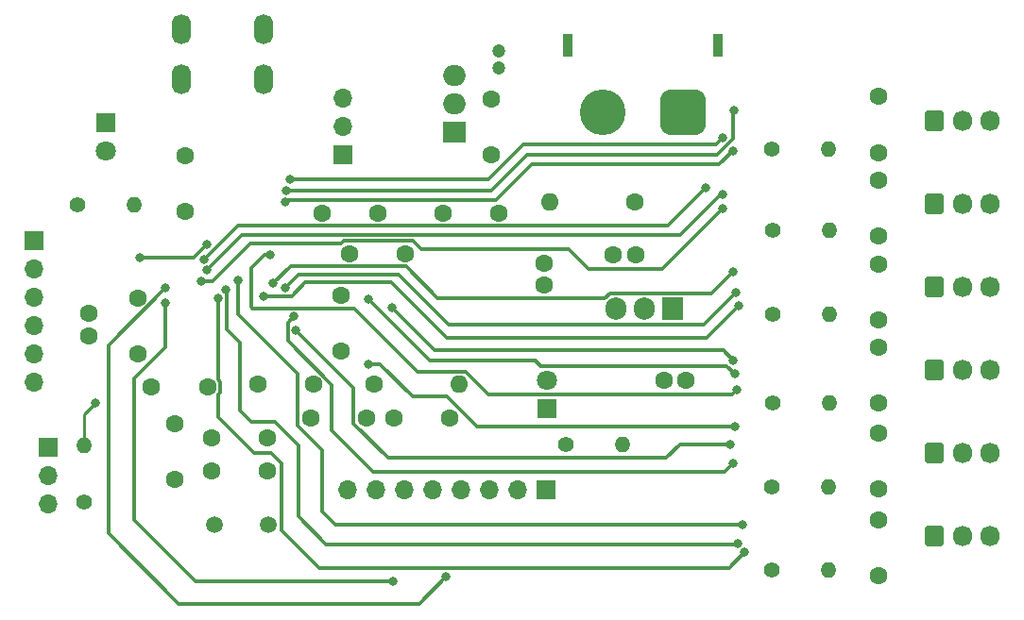
<source format=gbr>
%TF.GenerationSoftware,KiCad,Pcbnew,(6.0.11)*%
%TF.CreationDate,2024-03-05T22:48:33-08:00*%
%TF.ProjectId,bez_controller1v5,62657a5f-636f-46e7-9472-6f6c6c657231,rev?*%
%TF.SameCoordinates,Original*%
%TF.FileFunction,Copper,L4,Bot*%
%TF.FilePolarity,Positive*%
%FSLAX46Y46*%
G04 Gerber Fmt 4.6, Leading zero omitted, Abs format (unit mm)*
G04 Created by KiCad (PCBNEW (6.0.11)) date 2024-03-05 22:48:33*
%MOMM*%
%LPD*%
G01*
G04 APERTURE LIST*
G04 Aperture macros list*
%AMRoundRect*
0 Rectangle with rounded corners*
0 $1 Rounding radius*
0 $2 $3 $4 $5 $6 $7 $8 $9 X,Y pos of 4 corners*
0 Add a 4 corners polygon primitive as box body*
4,1,4,$2,$3,$4,$5,$6,$7,$8,$9,$2,$3,0*
0 Add four circle primitives for the rounded corners*
1,1,$1+$1,$2,$3*
1,1,$1+$1,$4,$5*
1,1,$1+$1,$6,$7*
1,1,$1+$1,$8,$9*
0 Add four rect primitives between the rounded corners*
20,1,$1+$1,$2,$3,$4,$5,0*
20,1,$1+$1,$4,$5,$6,$7,0*
20,1,$1+$1,$6,$7,$8,$9,0*
20,1,$1+$1,$8,$9,$2,$3,0*%
G04 Aperture macros list end*
%TA.AperFunction,ComponentPad*%
%ADD10R,1.700000X1.700000*%
%TD*%
%TA.AperFunction,ComponentPad*%
%ADD11O,1.700000X1.700000*%
%TD*%
%TA.AperFunction,ComponentPad*%
%ADD12C,1.600000*%
%TD*%
%TA.AperFunction,ComponentPad*%
%ADD13O,1.700000X1.850000*%
%TD*%
%TA.AperFunction,ComponentPad*%
%ADD14RoundRect,0.250000X-0.600000X-0.675000X0.600000X-0.675000X0.600000X0.675000X-0.600000X0.675000X0*%
%TD*%
%TA.AperFunction,ComponentPad*%
%ADD15C,1.400000*%
%TD*%
%TA.AperFunction,ComponentPad*%
%ADD16O,1.400000X1.400000*%
%TD*%
%TA.AperFunction,ComponentPad*%
%ADD17R,1.905000X2.000000*%
%TD*%
%TA.AperFunction,ComponentPad*%
%ADD18O,1.905000X2.000000*%
%TD*%
%TA.AperFunction,ComponentPad*%
%ADD19O,1.600000X1.600000*%
%TD*%
%TA.AperFunction,ComponentPad*%
%ADD20O,1.700000X2.700000*%
%TD*%
%TA.AperFunction,ComponentPad*%
%ADD21R,1.800000X1.800000*%
%TD*%
%TA.AperFunction,ComponentPad*%
%ADD22C,1.800000*%
%TD*%
%TA.AperFunction,ComponentPad*%
%ADD23C,1.500000*%
%TD*%
%TA.AperFunction,ComponentPad*%
%ADD24R,0.900000X2.000000*%
%TD*%
%TA.AperFunction,ComponentPad*%
%ADD25C,4.100000*%
%TD*%
%TA.AperFunction,ComponentPad*%
%ADD26RoundRect,1.025000X-1.025000X-1.025000X1.025000X-1.025000X1.025000X1.025000X-1.025000X1.025000X0*%
%TD*%
%TA.AperFunction,ComponentPad*%
%ADD27R,2.000000X1.905000*%
%TD*%
%TA.AperFunction,ComponentPad*%
%ADD28O,2.000000X1.905000*%
%TD*%
%TA.AperFunction,ComponentPad*%
%ADD29C,1.200000*%
%TD*%
%TA.AperFunction,ViaPad*%
%ADD30C,0.800000*%
%TD*%
%TA.AperFunction,Conductor*%
%ADD31C,0.300000*%
%TD*%
%TA.AperFunction,Conductor*%
%ADD32C,0.250000*%
%TD*%
G04 APERTURE END LIST*
D10*
%TO.P,J9,1,Pin_1*%
%TO.N,+3.3V*%
X24300000Y-42260000D03*
D11*
%TO.P,J9,2,Pin_2*%
%TO.N,/TCK*%
X24300000Y-44800000D03*
%TO.P,J9,3,Pin_3*%
%TO.N,GND*%
X24300000Y-47340000D03*
%TO.P,J9,4,Pin_4*%
%TO.N,/TMS*%
X24300000Y-49880000D03*
%TO.P,J9,5,Pin_5*%
%TO.N,/NRST*%
X24300000Y-52420000D03*
%TO.P,J9,6,Pin_6*%
%TO.N,/SWO*%
X24300000Y-54960000D03*
%TD*%
D12*
%TO.P,C5,1*%
%TO.N,GND*%
X100000000Y-36800000D03*
%TO.P,C5,2*%
%TO.N,+12V*%
X100000000Y-41800000D03*
%TD*%
%TO.P,C13,1*%
%TO.N,+3.3V*%
X29250000Y-50750000D03*
%TO.P,C13,2*%
%TO.N,GND*%
X29250000Y-48750000D03*
%TD*%
D13*
%TO.P,J1,1,Pin_1*%
%TO.N,GND*%
X110000000Y-68700000D03*
%TO.P,J1,2,Pin_2*%
%TO.N,+12V*%
X107500000Y-68700000D03*
D14*
%TO.P,J1,3,Pin_3*%
%TO.N,/MOTOR_DATA1*%
X105000000Y-68700000D03*
%TD*%
D12*
%TO.P,C16,1*%
%TO.N,+3.3V*%
X50100000Y-39750000D03*
%TO.P,C16,2*%
%TO.N,GND*%
X55100000Y-39750000D03*
%TD*%
%TO.P,C21,1*%
%TO.N,+3.3V*%
X61600000Y-58137500D03*
%TO.P,C21,2*%
%TO.N,GND*%
X56600000Y-58137500D03*
%TD*%
%TO.P,C25,1*%
%TO.N,/PH1-OSC_OUT*%
X45200000Y-62937500D03*
%TO.P,C25,2*%
%TO.N,GND*%
X40200000Y-62937500D03*
%TD*%
%TO.P,C24,1*%
%TO.N,/PH0-OSC_IN*%
X40200000Y-59937500D03*
%TO.P,C24,2*%
%TO.N,GND*%
X45200000Y-59937500D03*
%TD*%
%TO.P,C9,1*%
%TO.N,+6V*%
X65250000Y-34500000D03*
%TO.P,C9,2*%
%TO.N,/PWR_GND*%
X65250000Y-29500000D03*
%TD*%
%TO.P,C4,1*%
%TO.N,GND*%
X100000000Y-44325000D03*
%TO.P,C4,2*%
%TO.N,+12V*%
X100000000Y-49325000D03*
%TD*%
D15*
%TO.P,R3,1*%
%TO.N,+5V*%
X90500000Y-56825000D03*
D16*
%TO.P,R3,2*%
%TO.N,/MOTOR_DATA3*%
X95580000Y-56825000D03*
%TD*%
D13*
%TO.P,J4,1,Pin_1*%
%TO.N,GND*%
X110000000Y-46380000D03*
%TO.P,J4,2,Pin_2*%
%TO.N,+12V*%
X107500000Y-46380000D03*
D14*
%TO.P,J4,3,Pin_3*%
%TO.N,/MOTOR_DATA4*%
X105000000Y-46380000D03*
%TD*%
D12*
%TO.P,C23,1*%
%TO.N,Net-(C23-Pad1)*%
X57600000Y-43387500D03*
%TO.P,C23,2*%
%TO.N,GND*%
X52600000Y-43387500D03*
%TD*%
D17*
%TO.P,U7,1,VI*%
%TO.N,+12V*%
X81540000Y-48305000D03*
D18*
%TO.P,U7,2,GND*%
%TO.N,/PWR_GND*%
X79000000Y-48305000D03*
%TO.P,U7,3,VO*%
%TO.N,+6V*%
X76460000Y-48305000D03*
%TD*%
D10*
%TO.P,J8,1,Pin_1*%
%TO.N,/power*%
X70220000Y-64600000D03*
D11*
%TO.P,J8,2,Pin_2*%
%TO.N,GND*%
X67680000Y-64600000D03*
%TO.P,J8,3,Pin_3*%
%TO.N,/I2C_SCL*%
X65140000Y-64600000D03*
%TO.P,J8,4,Pin_4*%
%TO.N,/I2C_SDA*%
X62600000Y-64600000D03*
%TO.P,J8,5,Pin_5*%
%TO.N,unconnected-(J8-Pad5)*%
X60060000Y-64600000D03*
%TO.P,J8,6,Pin_6*%
%TO.N,unconnected-(J8-Pad6)*%
X57520000Y-64600000D03*
%TO.P,J8,7,Pin_7*%
%TO.N,unconnected-(J8-Pad7)*%
X54980000Y-64600000D03*
%TO.P,J8,8,Pin_8*%
%TO.N,unconnected-(J8-Pad8)*%
X52440000Y-64600000D03*
%TD*%
D10*
%TO.P,J7,1,Pin_1*%
%TO.N,VBUS*%
X52000000Y-34500000D03*
D11*
%TO.P,J7,2,Pin_2*%
%TO.N,/power*%
X52000000Y-31960000D03*
%TO.P,J7,3,Pin_3*%
%TO.N,+5V*%
X52000000Y-29420000D03*
%TD*%
D12*
%TO.P,FB2,1*%
%TO.N,+3.3VA*%
X54790000Y-55137500D03*
D19*
%TO.P,FB2,2*%
%TO.N,+3.3V*%
X62410000Y-55137500D03*
%TD*%
D12*
%TO.P,FB1,1*%
%TO.N,GND*%
X78200000Y-38800000D03*
D19*
%TO.P,FB1,2*%
%TO.N,/PWR_GND*%
X70580000Y-38800000D03*
%TD*%
D12*
%TO.P,C19,1*%
%TO.N,+3.3VA*%
X49350000Y-55137500D03*
%TO.P,C19,2*%
%TO.N,GND*%
X44350000Y-55137500D03*
%TD*%
D15*
%TO.P,R5,1*%
%TO.N,+5V*%
X90500000Y-41325000D03*
D16*
%TO.P,R5,2*%
%TO.N,/MOTOR_DATA5*%
X95580000Y-41325000D03*
%TD*%
D12*
%TO.P,C18,1*%
%TO.N,+3.3V*%
X33600000Y-52387500D03*
%TO.P,C18,2*%
%TO.N,GND*%
X33600000Y-47387500D03*
%TD*%
D13*
%TO.P,J2,1,Pin_1*%
%TO.N,GND*%
X110000000Y-61260000D03*
%TO.P,J2,2,Pin_2*%
%TO.N,+12V*%
X107500000Y-61260000D03*
D14*
%TO.P,J2,3,Pin_3*%
%TO.N,/MOTOR_DATA2*%
X105000000Y-61260000D03*
%TD*%
D12*
%TO.P,C17,1*%
%TO.N,+3.3V*%
X37850000Y-39637500D03*
%TO.P,C17,2*%
%TO.N,GND*%
X37850000Y-34637500D03*
%TD*%
D13*
%TO.P,J3,1,Pin_1*%
%TO.N,GND*%
X110000000Y-53820000D03*
%TO.P,J3,2,Pin_2*%
%TO.N,+12V*%
X107500000Y-53820000D03*
D14*
%TO.P,J3,3,Pin_3*%
%TO.N,/MOTOR_DATA3*%
X105000000Y-53820000D03*
%TD*%
D15*
%TO.P,R6,1*%
%TO.N,+5V*%
X90460000Y-34000000D03*
D16*
%TO.P,R6,2*%
%TO.N,/MOTOR_DATA6*%
X95540000Y-34000000D03*
%TD*%
D20*
%TO.P,J12,6,Shield*%
%TO.N,unconnected-(J12-Pad6)*%
X37550000Y-23300000D03*
X37550000Y-27800000D03*
X44850000Y-27800000D03*
X44850000Y-23300000D03*
%TD*%
D21*
%TO.P,D1,1,K*%
%TO.N,Net-(D1-Pad1)*%
X70250000Y-57275000D03*
D22*
%TO.P,D1,2,A*%
%TO.N,+3.3V*%
X70250000Y-54735000D03*
%TD*%
D12*
%TO.P,C22,1*%
%TO.N,/NRST*%
X36970000Y-63637500D03*
%TO.P,C22,2*%
%TO.N,GND*%
X36970000Y-58637500D03*
%TD*%
D15*
%TO.P,R8,1*%
%TO.N,Net-(J11-Pad2)*%
X28800000Y-65700000D03*
D16*
%TO.P,R8,2*%
%TO.N,/BOOT0*%
X28800000Y-60620000D03*
%TD*%
D15*
%TO.P,R9,1*%
%TO.N,Net-(D2-Pad2)*%
X28210000Y-39000000D03*
D16*
%TO.P,R9,2*%
%TO.N,Net-(R9-Pad2)*%
X33290000Y-39000000D03*
%TD*%
D21*
%TO.P,D2,1,K*%
%TO.N,GND*%
X30750000Y-31675000D03*
D22*
%TO.P,D2,2,A*%
%TO.N,Net-(D2-Pad2)*%
X30750000Y-34215000D03*
%TD*%
D13*
%TO.P,J6,1,Pin_1*%
%TO.N,GND*%
X110000000Y-31500000D03*
%TO.P,J6,2,Pin_2*%
%TO.N,+12V*%
X107500000Y-31500000D03*
D14*
%TO.P,J6,3,Pin_3*%
%TO.N,/MOTOR_DATA6*%
X105000000Y-31500000D03*
%TD*%
D12*
%TO.P,C1,1*%
%TO.N,GND*%
X100000000Y-67300000D03*
%TO.P,C1,2*%
%TO.N,+12V*%
X100000000Y-72300000D03*
%TD*%
D10*
%TO.P,J11,1,Pin_1*%
%TO.N,+3.3V*%
X25600000Y-60760000D03*
D11*
%TO.P,J11,2,Pin_2*%
%TO.N,Net-(J11-Pad2)*%
X25600000Y-63300000D03*
%TO.P,J11,3,Pin_3*%
%TO.N,GND*%
X25600000Y-65840000D03*
%TD*%
D12*
%TO.P,C7,1*%
%TO.N,+12V*%
X82750000Y-54750000D03*
%TO.P,C7,2*%
%TO.N,/PWR_GND*%
X80750000Y-54750000D03*
%TD*%
%TO.P,C6,1*%
%TO.N,GND*%
X100000000Y-29325000D03*
%TO.P,C6,2*%
%TO.N,+12V*%
X100000000Y-34325000D03*
%TD*%
%TO.P,C20,1*%
%TO.N,+3.3VA*%
X49100000Y-58137500D03*
%TO.P,C20,2*%
%TO.N,GND*%
X54100000Y-58137500D03*
%TD*%
%TO.P,C3,1*%
%TO.N,GND*%
X100000000Y-51825000D03*
%TO.P,C3,2*%
%TO.N,+12V*%
X100000000Y-56825000D03*
%TD*%
D23*
%TO.P,Y1,1,1*%
%TO.N,/PH0-OSC_IN*%
X40450000Y-67750000D03*
%TO.P,Y1,2,2*%
%TO.N,/PH1-OSC_OUT*%
X45330000Y-67750000D03*
%TD*%
D12*
%TO.P,C11,1*%
%TO.N,/power*%
X61000000Y-39750000D03*
%TO.P,C11,2*%
%TO.N,/PWR_GND*%
X66000000Y-39750000D03*
%TD*%
D24*
%TO.P,J10,*%
%TO.N,*%
X72150000Y-24750000D03*
X85650000Y-24750000D03*
D25*
%TO.P,J10,1,Pin_1*%
%TO.N,GND*%
X75300000Y-30750000D03*
D26*
%TO.P,J10,2,Pin_2*%
%TO.N,+12V*%
X82500000Y-30750000D03*
%TD*%
D15*
%TO.P,R4,1*%
%TO.N,+5V*%
X90500000Y-48825000D03*
D16*
%TO.P,R4,2*%
%TO.N,/MOTOR_DATA4*%
X95580000Y-48825000D03*
%TD*%
D12*
%TO.P,C15,1*%
%TO.N,+3.3V*%
X51850000Y-47137500D03*
%TO.P,C15,2*%
%TO.N,GND*%
X51850000Y-52137500D03*
%TD*%
%TO.P,C8,1*%
%TO.N,+6V*%
X76250000Y-43500000D03*
%TO.P,C8,2*%
%TO.N,/PWR_GND*%
X78250000Y-43500000D03*
%TD*%
D15*
%TO.P,R7,1*%
%TO.N,Net-(D1-Pad1)*%
X71960000Y-60500000D03*
D16*
%TO.P,R7,2*%
%TO.N,GND*%
X77040000Y-60500000D03*
%TD*%
D12*
%TO.P,C2,1*%
%TO.N,GND*%
X100000000Y-59500000D03*
%TO.P,C2,2*%
%TO.N,+12V*%
X100000000Y-64500000D03*
%TD*%
D27*
%TO.P,U8,1,VI*%
%TO.N,+6V*%
X62000000Y-32540000D03*
D28*
%TO.P,U8,2,GND*%
%TO.N,/PWR_GND*%
X62000000Y-30000000D03*
%TO.P,U8,3,VO*%
%TO.N,+5V*%
X62000000Y-27460000D03*
%TD*%
D15*
%TO.P,R1,1*%
%TO.N,+5V*%
X90460000Y-71825000D03*
D16*
%TO.P,R1,2*%
%TO.N,/MOTOR_DATA1*%
X95540000Y-71825000D03*
%TD*%
D29*
%TO.P,C10,1*%
%TO.N,+5V*%
X66000000Y-25250000D03*
%TO.P,C10,2*%
%TO.N,/PWR_GND*%
X66000000Y-26750000D03*
%TD*%
D12*
%TO.P,C14,1*%
%TO.N,+3.3V*%
X39850000Y-55387500D03*
%TO.P,C14,2*%
%TO.N,GND*%
X34850000Y-55387500D03*
%TD*%
%TO.P,C12,1*%
%TO.N,+3.3V*%
X70000000Y-46250000D03*
%TO.P,C12,2*%
%TO.N,/PWR_GND*%
X70000000Y-44250000D03*
%TD*%
D15*
%TO.P,R2,1*%
%TO.N,+5V*%
X90460000Y-64325000D03*
D16*
%TO.P,R2,2*%
%TO.N,/MOTOR_DATA2*%
X95540000Y-64325000D03*
%TD*%
D13*
%TO.P,J5,1,Pin_1*%
%TO.N,GND*%
X110000000Y-38940000D03*
%TO.P,J5,2,Pin_2*%
%TO.N,+12V*%
X107500000Y-38940000D03*
D14*
%TO.P,J5,3,Pin_3*%
%TO.N,/MOTOR_DATA5*%
X105000000Y-38940000D03*
%TD*%
D30*
%TO.N,/I2C_SCL*%
X36100000Y-46500000D03*
X61250000Y-72400000D03*
%TO.N,/I2C_SDA*%
X56500000Y-72800000D03*
X36100000Y-47800000D03*
%TO.N,/TMS*%
X39800000Y-42600000D03*
X33800000Y-43800000D03*
%TO.N,/BOOT0*%
X29800000Y-56800000D03*
%TO.N,/USART1_DIR*%
X88000000Y-70200000D03*
X40791621Y-47429913D03*
%TO.N,/USART2_DIR*%
X47600000Y-49049500D03*
X87000000Y-62200000D03*
%TO.N,/USART3_DIR*%
X87300000Y-55600000D03*
X45500000Y-43500000D03*
%TO.N,/USART4_DIR*%
X44900000Y-47200000D03*
X87500000Y-48100000D03*
%TO.N,/USART5_DIR*%
X86000000Y-39400000D03*
X39312500Y-45887500D03*
%TO.N,/USART6_DIR*%
X46800000Y-38749003D03*
X86960308Y-34160307D03*
%TO.N,/USART5_TX*%
X84500000Y-37500000D03*
X39580898Y-43909584D03*
%TO.N,/USART5_RX*%
X86000000Y-38099500D03*
X39787500Y-44887500D03*
%TO.N,/USART6_TX*%
X87050000Y-30550000D03*
X46915585Y-37750000D03*
%TO.N,/USART6_RX*%
X47250000Y-36750000D03*
X86000000Y-33000000D03*
%TO.N,/USART3_TX*%
X87000000Y-53000000D03*
X56387500Y-48287500D03*
%TO.N,/USART3_RX*%
X87100000Y-54200000D03*
X54300000Y-47500000D03*
%TO.N,/USART4_TX*%
X87000000Y-45000000D03*
X45750000Y-46050000D03*
%TO.N,/USART4_RX*%
X46850000Y-46450000D03*
X87200000Y-46900000D03*
%TO.N,/USART1_TX*%
X42620023Y-45820023D03*
X87800000Y-67700000D03*
%TO.N,/USART1_RX*%
X41541121Y-46650468D03*
X87400000Y-69400000D03*
%TO.N,/USART2_TX*%
X54300000Y-53300000D03*
X87100000Y-58900000D03*
%TO.N,/USART2_RX*%
X86750000Y-60500000D03*
X47800000Y-50300000D03*
%TD*%
D31*
%TO.N,/I2C_SCL*%
X58850000Y-74800000D02*
X37300000Y-74800000D01*
X37300000Y-74800000D02*
X31000000Y-68500000D01*
X31000000Y-68500000D02*
X31000000Y-51613846D01*
X61250000Y-72400000D02*
X58850000Y-74800000D01*
X31000000Y-51613846D02*
X36100000Y-46513846D01*
X36100000Y-46513846D02*
X36100000Y-46500000D01*
%TO.N,/I2C_SDA*%
X56500000Y-72800000D02*
X38800000Y-72800000D01*
X33300000Y-67300000D02*
X33300000Y-54600000D01*
X36100000Y-51800000D02*
X36100000Y-47800000D01*
X33300000Y-54600000D02*
X36100000Y-51800000D01*
X38800000Y-72800000D02*
X33300000Y-67300000D01*
%TO.N,/TMS*%
X38600000Y-43800000D02*
X39800000Y-42600000D01*
X33800000Y-43800000D02*
X38600000Y-43800000D01*
D32*
%TO.N,/BOOT0*%
X28800000Y-60620000D02*
X28800000Y-57800000D01*
X28800000Y-57800000D02*
X29800000Y-56800000D01*
D31*
%TO.N,/USART1_DIR*%
X40791621Y-56072225D02*
X40791621Y-58091621D01*
X40791621Y-47429913D02*
X40791621Y-54702775D01*
X86610000Y-71590000D02*
X88000000Y-70200000D01*
X49840000Y-71590000D02*
X86610000Y-71590000D01*
X46500000Y-62200000D02*
X46500000Y-68250000D01*
X41000000Y-55863846D02*
X40791621Y-56072225D01*
X41000000Y-54911154D02*
X41000000Y-55863846D01*
X40791621Y-58091621D02*
X44000000Y-61300000D01*
X46500000Y-68250000D02*
X49840000Y-71590000D01*
X45600000Y-61300000D02*
X46500000Y-62200000D01*
X44000000Y-61300000D02*
X45600000Y-61300000D01*
X40791621Y-54702775D02*
X41000000Y-54911154D01*
%TO.N,/USART2_DIR*%
X47050000Y-49599500D02*
X47050000Y-51205330D01*
X54750000Y-63000000D02*
X86200000Y-63000000D01*
X51000000Y-55155330D02*
X51000000Y-59250000D01*
X51000000Y-59250000D02*
X54750000Y-63000000D01*
X86200000Y-63000000D02*
X87000000Y-62200000D01*
X47050000Y-51205330D02*
X51000000Y-55155330D01*
X47600000Y-49049500D02*
X47050000Y-49599500D01*
%TO.N,/USART3_DIR*%
X43800000Y-48200000D02*
X43900000Y-48300000D01*
X86900000Y-56000000D02*
X87300000Y-55600000D01*
X53000000Y-48300000D02*
X58700000Y-54000000D01*
X61933654Y-53987500D02*
X62987500Y-53987500D01*
X65000000Y-56000000D02*
X86900000Y-56000000D01*
X45500000Y-43500000D02*
X45000000Y-43500000D01*
X58700000Y-54000000D02*
X61921154Y-54000000D01*
X43900000Y-48300000D02*
X53000000Y-48300000D01*
X61921154Y-54000000D02*
X61933654Y-53987500D01*
X45000000Y-43500000D02*
X43800000Y-44700000D01*
X43800000Y-44700000D02*
X43800000Y-48200000D01*
X62987500Y-53987500D02*
X65000000Y-56000000D01*
%TO.N,/USART4_DIR*%
X52326346Y-45987500D02*
X52338846Y-46000000D01*
X61300000Y-51000000D02*
X84600000Y-51000000D01*
X56300000Y-46000000D02*
X61300000Y-51000000D01*
X48622661Y-45987500D02*
X52326346Y-45987500D01*
X52338846Y-46000000D02*
X56300000Y-46000000D01*
X47410161Y-47200000D02*
X48622661Y-45987500D01*
X84600000Y-51000000D02*
X87500000Y-48100000D01*
X44900000Y-47200000D02*
X47410161Y-47200000D01*
%TO.N,/USART5_DIR*%
X39312500Y-45887500D02*
X40312500Y-45887500D01*
X43700000Y-42500000D02*
X51861154Y-42500000D01*
X59000000Y-43000000D02*
X72250000Y-43000000D01*
X52123654Y-42237500D02*
X58237500Y-42237500D01*
X40312500Y-45887500D02*
X43700000Y-42500000D01*
X72250000Y-43000000D02*
X74000000Y-44750000D01*
X58237500Y-42237500D02*
X59000000Y-43000000D01*
X74000000Y-44750000D02*
X80650000Y-44750000D01*
X51861154Y-42500000D02*
X52123654Y-42237500D01*
X80650000Y-44750000D02*
X86000000Y-39400000D01*
%TO.N,/USART6_DIR*%
X85720615Y-35400000D02*
X68907106Y-35400000D01*
X46949003Y-38600000D02*
X46800000Y-38749003D01*
X65707106Y-38600000D02*
X46949003Y-38600000D01*
X86960308Y-34160307D02*
X85720615Y-35400000D01*
X68907106Y-35400000D02*
X65707106Y-38600000D01*
%TO.N,/USART5_TX*%
X81100000Y-40900000D02*
X42590482Y-40900000D01*
X42590482Y-40900000D02*
X39580898Y-43909584D01*
X84500000Y-37500000D02*
X81100000Y-40900000D01*
%TO.N,/USART5_RX*%
X42937500Y-41737500D02*
X39787500Y-44887500D01*
X86000000Y-38099500D02*
X85900500Y-38099500D01*
X82262500Y-41737500D02*
X42937500Y-41737500D01*
X85900500Y-38099500D02*
X82262500Y-41737500D01*
%TO.N,/USART6_TX*%
X68500000Y-34500000D02*
X85560661Y-34500000D01*
X46915585Y-37750000D02*
X65250000Y-37750000D01*
X87000000Y-33060661D02*
X87000000Y-30600000D01*
X65250000Y-37750000D02*
X68500000Y-34500000D01*
X85560661Y-34500000D02*
X87000000Y-33060661D01*
X87000000Y-30600000D02*
X87050000Y-30550000D01*
%TO.N,/USART6_RX*%
X47250000Y-36750000D02*
X65023223Y-36750000D01*
X65023223Y-36750000D02*
X68173223Y-33600000D01*
X85400000Y-33600000D02*
X86000000Y-33000000D01*
X68173223Y-33600000D02*
X85400000Y-33600000D01*
%TO.N,/USART3_TX*%
X56387500Y-48287500D02*
X60200000Y-52100000D01*
X60200000Y-52100000D02*
X86100000Y-52100000D01*
X86100000Y-52100000D02*
X87000000Y-53000000D01*
%TO.N,/USART3_RX*%
X54300000Y-47500000D02*
X59800000Y-53000000D01*
X69732233Y-53485000D02*
X86385000Y-53485000D01*
X59800000Y-53000000D02*
X69247233Y-53000000D01*
X69247233Y-53000000D02*
X69732233Y-53485000D01*
X86385000Y-53485000D02*
X87100000Y-54200000D01*
%TO.N,/USART4_TX*%
X47337500Y-44537500D02*
X57637500Y-44537500D01*
X47300000Y-44500000D02*
X47337500Y-44537500D01*
X75475487Y-47400000D02*
X75920487Y-46955000D01*
X85045000Y-46955000D02*
X87000000Y-45000000D01*
X60500000Y-47400000D02*
X75475487Y-47400000D01*
X57637500Y-44537500D02*
X60500000Y-47400000D01*
X45750000Y-46050000D02*
X47300000Y-44500000D01*
X75920487Y-46955000D02*
X85045000Y-46955000D01*
%TO.N,/USART4_RX*%
X48050000Y-45250000D02*
X57000000Y-45250000D01*
X57000000Y-45250000D02*
X61500000Y-49750000D01*
X46850000Y-46450000D02*
X48050000Y-45250000D01*
X61500000Y-49750000D02*
X84350000Y-49750000D01*
X84350000Y-49750000D02*
X87200000Y-46900000D01*
%TO.N,/USART1_TX*%
X50100000Y-66500000D02*
X51350000Y-67750000D01*
X47950000Y-54200000D02*
X47950000Y-58850000D01*
X51350000Y-67750000D02*
X87750000Y-67750000D01*
X87750000Y-67750000D02*
X87800000Y-67700000D01*
X42620023Y-45820023D02*
X42600000Y-45840046D01*
X47950000Y-58850000D02*
X50100000Y-61000000D01*
X42600000Y-48850000D02*
X47950000Y-54200000D01*
X50100000Y-61000000D02*
X50100000Y-66500000D01*
X42600000Y-45840046D02*
X42600000Y-48850000D01*
%TO.N,/USART1_RX*%
X41600000Y-50200000D02*
X42800000Y-51400000D01*
X87300000Y-69500000D02*
X87400000Y-69400000D01*
X43800000Y-58500000D02*
X45900000Y-58500000D01*
X41600000Y-46709347D02*
X41600000Y-50200000D01*
X48000000Y-60600000D02*
X48000000Y-67000000D01*
X42800000Y-51400000D02*
X42800000Y-57500000D01*
X41541121Y-46650468D02*
X41600000Y-46709347D01*
X50500000Y-69500000D02*
X87300000Y-69500000D01*
X42800000Y-57500000D02*
X43800000Y-58500000D01*
X45900000Y-58500000D02*
X48000000Y-60600000D01*
X48000000Y-67000000D02*
X50500000Y-69500000D01*
%TO.N,/USART2_TX*%
X54300000Y-53300000D02*
X55300000Y-53300000D01*
X55300000Y-53300000D02*
X58250000Y-56250000D01*
X63988846Y-58900000D02*
X87100000Y-58900000D01*
X61338846Y-56250000D02*
X63988846Y-58900000D01*
X58250000Y-56250000D02*
X61338846Y-56250000D01*
%TO.N,/USART2_RX*%
X56050000Y-61750000D02*
X52950000Y-58650000D01*
X82184925Y-60500000D02*
X80934925Y-61750000D01*
X86750000Y-60500000D02*
X82184925Y-60500000D01*
X52950000Y-58650000D02*
X52950000Y-55450000D01*
X80934925Y-61750000D02*
X56050000Y-61750000D01*
X52950000Y-55450000D02*
X47800000Y-50300000D01*
%TD*%
M02*

</source>
